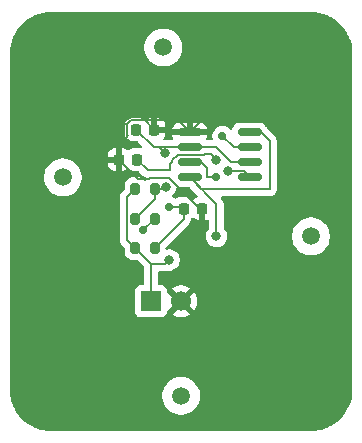
<source format=gbr>
%TF.GenerationSoftware,KiCad,Pcbnew,9.0.6*%
%TF.CreationDate,2025-11-07T23:12:57+00:00*%
%TF.ProjectId,DrawSchematic,44726177-5363-4686-956d-617469632e6b,rev?*%
%TF.SameCoordinates,Original*%
%TF.FileFunction,Copper,L1,Top*%
%TF.FilePolarity,Positive*%
%FSLAX46Y46*%
G04 Gerber Fmt 4.6, Leading zero omitted, Abs format (unit mm)*
G04 Created by KiCad (PCBNEW 9.0.6) date 2025-11-07 23:12:57*
%MOMM*%
%LPD*%
G01*
G04 APERTURE LIST*
G04 Aperture macros list*
%AMRoundRect*
0 Rectangle with rounded corners*
0 $1 Rounding radius*
0 $2 $3 $4 $5 $6 $7 $8 $9 X,Y pos of 4 corners*
0 Add a 4 corners polygon primitive as box body*
4,1,4,$2,$3,$4,$5,$6,$7,$8,$9,$2,$3,0*
0 Add four circle primitives for the rounded corners*
1,1,$1+$1,$2,$3*
1,1,$1+$1,$4,$5*
1,1,$1+$1,$6,$7*
1,1,$1+$1,$8,$9*
0 Add four rect primitives between the rounded corners*
20,1,$1+$1,$2,$3,$4,$5,0*
20,1,$1+$1,$4,$5,$6,$7,0*
20,1,$1+$1,$6,$7,$8,$9,0*
20,1,$1+$1,$8,$9,$2,$3,0*%
G04 Aperture macros list end*
%TA.AperFunction,ComponentPad*%
%ADD10C,5.000000*%
%TD*%
%TA.AperFunction,SMDPad,CuDef*%
%ADD11C,1.500000*%
%TD*%
%TA.AperFunction,ComponentPad*%
%ADD12R,1.700000X1.700000*%
%TD*%
%TA.AperFunction,ComponentPad*%
%ADD13C,1.700000*%
%TD*%
%TA.AperFunction,SMDPad,CuDef*%
%ADD14RoundRect,0.225000X0.225000X0.250000X-0.225000X0.250000X-0.225000X-0.250000X0.225000X-0.250000X0*%
%TD*%
%TA.AperFunction,SMDPad,CuDef*%
%ADD15RoundRect,0.225000X-0.225000X-0.250000X0.225000X-0.250000X0.225000X0.250000X-0.225000X0.250000X0*%
%TD*%
%TA.AperFunction,SMDPad,CuDef*%
%ADD16RoundRect,0.218750X0.218750X0.256250X-0.218750X0.256250X-0.218750X-0.256250X0.218750X-0.256250X0*%
%TD*%
%TA.AperFunction,SMDPad,CuDef*%
%ADD17RoundRect,0.162500X-0.825000X-0.162500X0.825000X-0.162500X0.825000X0.162500X-0.825000X0.162500X0*%
%TD*%
%TA.AperFunction,SMDPad,CuDef*%
%ADD18RoundRect,0.200000X-0.200000X-0.275000X0.200000X-0.275000X0.200000X0.275000X-0.200000X0.275000X0*%
%TD*%
%TA.AperFunction,ViaPad*%
%ADD19C,0.800000*%
%TD*%
%TA.AperFunction,ViaPad*%
%ADD20C,0.700000*%
%TD*%
%TA.AperFunction,Conductor*%
%ADD21C,0.200000*%
%TD*%
G04 APERTURE END LIST*
D10*
%TO.P,H2,1,1*%
%TO.N,GND*%
X156500000Y-83500000D03*
%TD*%
%TO.P,H3,1,1*%
%TO.N,GND*%
X156500000Y-112000000D03*
%TD*%
%TO.P,H4,1,1*%
%TO.N,GND*%
X134500000Y-112000000D03*
%TD*%
D11*
%TO.P,FID3,*%
%TO.N,*%
X156500000Y-99000000D03*
%TD*%
D12*
%TO.P,J1,1,Pin_1*%
%TO.N,VCC*%
X142960000Y-104500000D03*
D13*
%TO.P,J1,2,Pin_2*%
%TO.N,GND*%
X145500000Y-104500000D03*
%TD*%
D14*
%TO.P,C2,1*%
%TO.N,Net-(U1-CV)*%
X141775000Y-92500000D03*
%TO.P,C2,2*%
%TO.N,GND*%
X140225000Y-92500000D03*
%TD*%
D11*
%TO.P,FID4,*%
%TO.N,*%
X145500000Y-112500000D03*
%TD*%
D15*
%TO.P,C1,1*%
%TO.N,TRG*%
X141675000Y-89960000D03*
%TO.P,C1,2*%
%TO.N,GND*%
X143225000Y-89960000D03*
%TD*%
D11*
%TO.P,FID1,*%
%TO.N,*%
X144000000Y-83000000D03*
%TD*%
D16*
%TO.P,D1,1,K*%
%TO.N,GND*%
X147287500Y-96640000D03*
%TO.P,D1,2,A*%
%TO.N,Net-(D1-A)*%
X145712500Y-96640000D03*
%TD*%
D17*
%TO.P,U1,1,GND*%
%TO.N,GND*%
X146222500Y-90190000D03*
%TO.P,U1,2,TR*%
%TO.N,TRG*%
X146222500Y-91460000D03*
%TO.P,U1,3,Q*%
%TO.N,Net-(D1-A)*%
X146222500Y-92730000D03*
%TO.P,U1,4,R*%
%TO.N,VCC*%
X146222500Y-94000000D03*
%TO.P,U1,5,CV*%
%TO.N,Net-(U1-CV)*%
X151297500Y-94000000D03*
%TO.P,U1,6,THR*%
%TO.N,TRG*%
X151297500Y-92730000D03*
%TO.P,U1,7,DIS*%
%TO.N,DIS*%
X151297500Y-91460000D03*
%TO.P,U1,8,VCC*%
%TO.N,VCC*%
X151297500Y-90190000D03*
%TD*%
D18*
%TO.P,R1,1*%
%TO.N,VCC*%
X141625000Y-94980000D03*
%TO.P,R1,2*%
%TO.N,DIS*%
X143275000Y-94980000D03*
%TD*%
D11*
%TO.P,FID2,*%
%TO.N,*%
X135500000Y-94000000D03*
%TD*%
D10*
%TO.P,H1,1,1*%
%TO.N,GND*%
X134500000Y-83500000D03*
%TD*%
D18*
%TO.P,R2,1*%
%TO.N,DIS*%
X141625000Y-97490000D03*
%TO.P,R2,2*%
%TO.N,TRG*%
X143275000Y-97490000D03*
%TD*%
%TO.P,R3,1*%
%TO.N,VCC*%
X141625000Y-100000000D03*
%TO.P,R3,2*%
%TO.N,Net-(D1-A)*%
X143275000Y-100000000D03*
%TD*%
D19*
%TO.N,Net-(U1-CV)*%
X148500000Y-92500000D03*
D20*
%TO.N,TRG*%
X142300000Y-98465000D03*
D19*
X144138201Y-91979955D03*
%TO.N,VCC*%
X148500000Y-99000000D03*
X144500000Y-101000000D03*
%TO.N,Net-(U1-CV)*%
X149500000Y-93500000D03*
D20*
%TO.N,Net-(D1-A)*%
X144500000Y-96500000D03*
X148500000Y-94000000D03*
%TO.N,DIS*%
X149000000Y-90500000D03*
D19*
X144215735Y-94784265D03*
%TD*%
D21*
%TO.N,Net-(U1-CV)*%
X142675380Y-93400380D02*
X144599620Y-93400380D01*
X141775000Y-92500000D02*
X142675380Y-93400380D01*
X141775000Y-92775000D02*
X141775000Y-92500000D01*
%TO.N,GND*%
X141826000Y-94101000D02*
X140225000Y-92500000D01*
X142748943Y-94101000D02*
X141826000Y-94101000D01*
X144506099Y-94083265D02*
X142766678Y-94083265D01*
X147287500Y-96640000D02*
X147062834Y-96640000D01*
X147062834Y-96640000D02*
X144506099Y-94083265D01*
X142766678Y-94083265D02*
X142748943Y-94101000D01*
%TO.N,Net-(U1-CV)*%
X148060000Y-92060000D02*
X148500000Y-92500000D01*
X147480647Y-92060000D02*
X148060000Y-92060000D01*
X147436647Y-92104000D02*
X147480647Y-92060000D01*
X145201010Y-92104000D02*
X147436647Y-92104000D01*
X144739426Y-92565584D02*
X145201010Y-92104000D01*
X144599620Y-93400380D02*
X144599620Y-92875265D01*
X144599620Y-92875265D02*
X144739426Y-92735459D01*
X144739426Y-92735459D02*
X144739426Y-92565584D01*
%TO.N,GND*%
X140225000Y-91275000D02*
X140994945Y-90505055D01*
X140225000Y-92500000D02*
X140225000Y-91275000D01*
X140994945Y-90505055D02*
X140924000Y-90434110D01*
%TO.N,TRG*%
X142300000Y-98465000D02*
X143275000Y-97490000D01*
%TO.N,Net-(D1-A)*%
X145572500Y-96500000D02*
X145712500Y-96640000D01*
X144500000Y-96500000D02*
X145572500Y-96500000D01*
X147669284Y-93189285D02*
X147209999Y-92730000D01*
X147669284Y-93961909D02*
X147669284Y-93189285D01*
X147209999Y-92730000D02*
X146222500Y-92730000D01*
X147707375Y-94000000D02*
X147669284Y-93961909D01*
X148500000Y-94000000D02*
X147707375Y-94000000D01*
%TO.N,DIS*%
X149960000Y-91460000D02*
X151297500Y-91460000D01*
X149000000Y-90500000D02*
X149960000Y-91460000D01*
%TO.N,Net-(U1-CV)*%
X149500000Y-93500000D02*
X150797500Y-93500000D01*
X150797500Y-93500000D02*
X151297500Y-94000000D01*
%TO.N,TRG*%
X144138201Y-91979955D02*
X143618246Y-91460000D01*
%TO.N,GND*%
X139000000Y-111000000D02*
X134500000Y-111000000D01*
%TO.N,VCC*%
X144165000Y-101335000D02*
X142960000Y-101335000D01*
X144500000Y-101000000D02*
X144165000Y-101335000D01*
X148500000Y-96277500D02*
X148500000Y-99000000D01*
X146222500Y-94000000D02*
X148500000Y-96277500D01*
%TO.N,DIS*%
X144020000Y-94980000D02*
X144215735Y-94784265D01*
X143275000Y-94980000D02*
X144020000Y-94980000D01*
%TO.N,GND*%
X145216500Y-89184000D02*
X146222500Y-90190000D01*
X140924000Y-90434110D02*
X140924000Y-89485890D01*
X141225890Y-89184000D02*
X145216500Y-89184000D01*
X140924000Y-89485890D02*
X141225890Y-89184000D01*
X139985890Y-89485890D02*
X140924000Y-89485890D01*
X134500000Y-84000000D02*
X139985890Y-89485890D01*
X145992500Y-89960000D02*
X146222500Y-90190000D01*
X143225000Y-89960000D02*
X145992500Y-89960000D01*
X142449000Y-89184000D02*
X143225000Y-89960000D01*
X141225890Y-89184000D02*
X142449000Y-89184000D01*
%TO.N,DIS*%
X143275000Y-95840000D02*
X141625000Y-97490000D01*
%TO.N,VCC*%
X140924000Y-99299000D02*
X141625000Y-100000000D01*
X140924000Y-95681000D02*
X140924000Y-99299000D01*
X141625000Y-94980000D02*
X140924000Y-95681000D01*
X142960000Y-101335000D02*
X141625000Y-100000000D01*
X142960000Y-104500000D02*
X142960000Y-101335000D01*
%TO.N,GND*%
X145500000Y-104500000D02*
X139000000Y-111000000D01*
X147287500Y-102712500D02*
X147287500Y-102787500D01*
X147287500Y-102712500D02*
X145500000Y-104500000D01*
X147287500Y-96640000D02*
X147287500Y-102712500D01*
%TO.N,Net-(D1-A)*%
X145712500Y-97562500D02*
X143275000Y-100000000D01*
X145712500Y-96640000D02*
X145712500Y-97562500D01*
%TO.N,TRG*%
X149730000Y-92730000D02*
X151297500Y-92730000D01*
X148460000Y-91460000D02*
X149730000Y-92730000D01*
X146222500Y-91460000D02*
X148460000Y-91460000D01*
%TO.N,VCC*%
X152284999Y-90190000D02*
X151297500Y-90190000D01*
X153000000Y-90905001D02*
X152284999Y-90190000D01*
X153000000Y-95000000D02*
X153000000Y-90905001D01*
X147222500Y-95000000D02*
X153000000Y-95000000D01*
X146222500Y-94000000D02*
X147222500Y-95000000D01*
%TO.N,TRG*%
X143175000Y-91460000D02*
X146222500Y-91460000D01*
X141675000Y-89960000D02*
X143175000Y-91460000D01*
%TO.N,DIS*%
X143275000Y-94980000D02*
X143275000Y-95840000D01*
%TO.N,GND*%
X147287500Y-102787500D02*
X156000000Y-111500000D01*
X153412500Y-83000000D02*
X156500000Y-83000000D01*
X146222500Y-90190000D02*
X153412500Y-83000000D01*
%TD*%
%TA.AperFunction,Conductor*%
%TO.N,GND*%
G36*
X145267259Y-94816359D02*
G01*
X145277113Y-94819430D01*
X145343909Y-94825500D01*
X146147402Y-94825499D01*
X146214441Y-94845183D01*
X146235083Y-94861818D01*
X146860849Y-95487585D01*
X146860855Y-95487590D01*
X146874832Y-95501567D01*
X146908317Y-95562890D01*
X146903333Y-95632582D01*
X146861461Y-95688515D01*
X146826157Y-95706953D01*
X146762930Y-95727905D01*
X146762922Y-95727908D01*
X146619919Y-95816114D01*
X146588033Y-95848000D01*
X146526709Y-95881485D01*
X146457018Y-95876499D01*
X146412673Y-95848000D01*
X146380392Y-95815719D01*
X146380387Y-95815716D01*
X146237295Y-95727455D01*
X146237289Y-95727452D01*
X146237287Y-95727451D01*
X146077685Y-95674564D01*
X146077683Y-95674563D01*
X145979181Y-95664500D01*
X145979174Y-95664500D01*
X145445826Y-95664500D01*
X145445818Y-95664500D01*
X145347316Y-95674563D01*
X145347315Y-95674564D01*
X145305214Y-95688515D01*
X145187715Y-95727450D01*
X145187704Y-95727455D01*
X145092704Y-95786053D01*
X145082501Y-95788844D01*
X145074214Y-95795423D01*
X145049381Y-95797907D01*
X145025312Y-95804494D01*
X145013376Y-95801510D01*
X145004692Y-95802379D01*
X144985458Y-95794529D01*
X144971287Y-95790987D01*
X144964784Y-95787671D01*
X144902863Y-95746297D01*
X144800281Y-95703805D01*
X144795929Y-95701587D01*
X144773944Y-95680813D01*
X144750393Y-95661835D01*
X144748803Y-95657058D01*
X144745144Y-95653601D01*
X144737880Y-95624240D01*
X144728328Y-95595541D01*
X144729573Y-95590662D01*
X144728364Y-95585776D01*
X144738126Y-95557151D01*
X144745607Y-95527841D01*
X144749535Y-95523696D01*
X144750917Y-95519646D01*
X144760845Y-95511765D01*
X144783363Y-95488010D01*
X144789770Y-95483729D01*
X144915199Y-95358300D01*
X145013748Y-95210812D01*
X145081629Y-95046931D01*
X145108756Y-94910553D01*
X145115974Y-94896754D01*
X145118445Y-94881378D01*
X145131836Y-94866429D01*
X145141140Y-94848643D01*
X145154674Y-94840936D01*
X145165065Y-94829337D01*
X145184414Y-94824000D01*
X145201856Y-94814069D01*
X145218335Y-94814646D01*
X145232421Y-94810762D01*
X145267259Y-94816359D01*
G37*
%TD.AperFunction*%
%TA.AperFunction,Conductor*%
G36*
X156503032Y-80000648D02*
G01*
X156836929Y-80017052D01*
X156849037Y-80018245D01*
X156952146Y-80033539D01*
X157176699Y-80066849D01*
X157188617Y-80069219D01*
X157509951Y-80149709D01*
X157521588Y-80153240D01*
X157592806Y-80178722D01*
X157833467Y-80264832D01*
X157844688Y-80269479D01*
X158144163Y-80411120D01*
X158154871Y-80416844D01*
X158438988Y-80587137D01*
X158449106Y-80593897D01*
X158715170Y-80791224D01*
X158724576Y-80798944D01*
X158970013Y-81021395D01*
X158978604Y-81029986D01*
X159165755Y-81236475D01*
X159201055Y-81275423D01*
X159208775Y-81284829D01*
X159406102Y-81550893D01*
X159412862Y-81561011D01*
X159543643Y-81779207D01*
X159583148Y-81845116D01*
X159588883Y-81855844D01*
X159636889Y-81957345D01*
X159730514Y-82155297D01*
X159735170Y-82166540D01*
X159846759Y-82478411D01*
X159850292Y-82490055D01*
X159930777Y-82811369D01*
X159933151Y-82823305D01*
X159981754Y-83150962D01*
X159982947Y-83163071D01*
X159999351Y-83496966D01*
X159999500Y-83503051D01*
X159999500Y-111996948D01*
X159999351Y-112003033D01*
X159982947Y-112336928D01*
X159981754Y-112349037D01*
X159933151Y-112676694D01*
X159930777Y-112688630D01*
X159850292Y-113009944D01*
X159846759Y-113021588D01*
X159735170Y-113333459D01*
X159730514Y-113344702D01*
X159588885Y-113644151D01*
X159583148Y-113654883D01*
X159412862Y-113938988D01*
X159406102Y-113949106D01*
X159208775Y-114215170D01*
X159201055Y-114224576D01*
X158978611Y-114470006D01*
X158970006Y-114478611D01*
X158724576Y-114701055D01*
X158715170Y-114708775D01*
X158449106Y-114906102D01*
X158438988Y-114912862D01*
X158154883Y-115083148D01*
X158144151Y-115088885D01*
X157844702Y-115230514D01*
X157833459Y-115235170D01*
X157521588Y-115346759D01*
X157509944Y-115350292D01*
X157188630Y-115430777D01*
X157176694Y-115433151D01*
X156849037Y-115481754D01*
X156836928Y-115482947D01*
X156521989Y-115498419D01*
X156503031Y-115499351D01*
X156496949Y-115499500D01*
X134503051Y-115499500D01*
X134496968Y-115499351D01*
X134476900Y-115498365D01*
X134163071Y-115482947D01*
X134150962Y-115481754D01*
X133823305Y-115433151D01*
X133811369Y-115430777D01*
X133490055Y-115350292D01*
X133478411Y-115346759D01*
X133166540Y-115235170D01*
X133155301Y-115230515D01*
X132855844Y-115088883D01*
X132845121Y-115083150D01*
X132561011Y-114912862D01*
X132550893Y-114906102D01*
X132284829Y-114708775D01*
X132275423Y-114701055D01*
X132236475Y-114665755D01*
X132029986Y-114478604D01*
X132021395Y-114470013D01*
X131798944Y-114224576D01*
X131791224Y-114215170D01*
X131676950Y-114061090D01*
X131593895Y-113949103D01*
X131587137Y-113938988D01*
X131545108Y-113868867D01*
X131416844Y-113654871D01*
X131411120Y-113644163D01*
X131269479Y-113344688D01*
X131264829Y-113333459D01*
X131153240Y-113021588D01*
X131149707Y-113009944D01*
X131140958Y-112975015D01*
X131069219Y-112688617D01*
X131066848Y-112676694D01*
X131023930Y-112387362D01*
X131021953Y-112374038D01*
X143899500Y-112374038D01*
X143899500Y-112625962D01*
X143909426Y-112688630D01*
X143938910Y-112874785D01*
X144016760Y-113114383D01*
X144131132Y-113338848D01*
X144279201Y-113542649D01*
X144279205Y-113542654D01*
X144457345Y-113720794D01*
X144457350Y-113720798D01*
X144461631Y-113723908D01*
X144661155Y-113868870D01*
X144804184Y-113941747D01*
X144885616Y-113983239D01*
X144885618Y-113983239D01*
X144885621Y-113983241D01*
X145125215Y-114061090D01*
X145374038Y-114100500D01*
X145374039Y-114100500D01*
X145625961Y-114100500D01*
X145625962Y-114100500D01*
X145874785Y-114061090D01*
X146114379Y-113983241D01*
X146338845Y-113868870D01*
X146542656Y-113720793D01*
X146720793Y-113542656D01*
X146868870Y-113338845D01*
X146983241Y-113114379D01*
X147061090Y-112874785D01*
X147100500Y-112625962D01*
X147100500Y-112374038D01*
X147061090Y-112125215D01*
X146983241Y-111885621D01*
X146983239Y-111885618D01*
X146983239Y-111885616D01*
X146941747Y-111804184D01*
X146868870Y-111661155D01*
X146849952Y-111635117D01*
X146720798Y-111457350D01*
X146720794Y-111457345D01*
X146542654Y-111279205D01*
X146542649Y-111279201D01*
X146338848Y-111131132D01*
X146338847Y-111131131D01*
X146338845Y-111131130D01*
X146268747Y-111095413D01*
X146114383Y-111016760D01*
X145874785Y-110938910D01*
X145625962Y-110899500D01*
X145374038Y-110899500D01*
X145249626Y-110919205D01*
X145125214Y-110938910D01*
X144885616Y-111016760D01*
X144661151Y-111131132D01*
X144457350Y-111279201D01*
X144457345Y-111279205D01*
X144279205Y-111457345D01*
X144279201Y-111457350D01*
X144131132Y-111661151D01*
X144016760Y-111885616D01*
X143978609Y-112003033D01*
X143938910Y-112125215D01*
X143899500Y-112374038D01*
X131021953Y-112374038D01*
X131018245Y-112349039D01*
X131018245Y-112349037D01*
X131017052Y-112336927D01*
X131000649Y-112003032D01*
X131000500Y-111996948D01*
X131000500Y-99378054D01*
X140323498Y-99378054D01*
X140364423Y-99530786D01*
X140364424Y-99530787D01*
X140381046Y-99559577D01*
X140443481Y-99667717D01*
X140562349Y-99786585D01*
X140562355Y-99786590D01*
X140688181Y-99912416D01*
X140721666Y-99973739D01*
X140724500Y-100000097D01*
X140724500Y-100331613D01*
X140730913Y-100402192D01*
X140730913Y-100402194D01*
X140730914Y-100402196D01*
X140738321Y-100425965D01*
X140781522Y-100564606D01*
X140869530Y-100710188D01*
X140989811Y-100830469D01*
X140989813Y-100830470D01*
X140989815Y-100830472D01*
X141135394Y-100918478D01*
X141297804Y-100969086D01*
X141368384Y-100975500D01*
X141699903Y-100975500D01*
X141766942Y-100995185D01*
X141787584Y-101011819D01*
X142323181Y-101547416D01*
X142356666Y-101608739D01*
X142359500Y-101635097D01*
X142359500Y-103025500D01*
X142339815Y-103092539D01*
X142287011Y-103138294D01*
X142235501Y-103149500D01*
X142062130Y-103149500D01*
X142062123Y-103149501D01*
X142002516Y-103155908D01*
X141867671Y-103206202D01*
X141867664Y-103206206D01*
X141752455Y-103292452D01*
X141752452Y-103292455D01*
X141666206Y-103407664D01*
X141666202Y-103407671D01*
X141615908Y-103542517D01*
X141609501Y-103602116D01*
X141609500Y-103602135D01*
X141609500Y-105397870D01*
X141609501Y-105397876D01*
X141615908Y-105457483D01*
X141666202Y-105592328D01*
X141666206Y-105592335D01*
X141752452Y-105707544D01*
X141752455Y-105707547D01*
X141867664Y-105793793D01*
X141867671Y-105793797D01*
X142002517Y-105844091D01*
X142002516Y-105844091D01*
X142009444Y-105844835D01*
X142062127Y-105850500D01*
X143857872Y-105850499D01*
X143917483Y-105844091D01*
X144052331Y-105793796D01*
X144167546Y-105707546D01*
X144253796Y-105592331D01*
X144304091Y-105457483D01*
X144310500Y-105397873D01*
X144310499Y-105373979D01*
X144313330Y-105360963D01*
X144323940Y-105341525D01*
X144330179Y-105320275D01*
X144346803Y-105299643D01*
X144346808Y-105299636D01*
X144346811Y-105299634D01*
X144346818Y-105299626D01*
X145017037Y-104629408D01*
X145034075Y-104692993D01*
X145099901Y-104807007D01*
X145192993Y-104900099D01*
X145307007Y-104965925D01*
X145370590Y-104982962D01*
X144738282Y-105615269D01*
X144738282Y-105615270D01*
X144792449Y-105654624D01*
X144981782Y-105751095D01*
X145183870Y-105816757D01*
X145393754Y-105850000D01*
X145606246Y-105850000D01*
X145816127Y-105816757D01*
X145816130Y-105816757D01*
X146018217Y-105751095D01*
X146207554Y-105654622D01*
X146261716Y-105615270D01*
X146261717Y-105615270D01*
X145629408Y-104982962D01*
X145692993Y-104965925D01*
X145807007Y-104900099D01*
X145900099Y-104807007D01*
X145965925Y-104692993D01*
X145982962Y-104629408D01*
X146615270Y-105261717D01*
X146615270Y-105261716D01*
X146654622Y-105207554D01*
X146751095Y-105018217D01*
X146816757Y-104816130D01*
X146816757Y-104816127D01*
X146850000Y-104606246D01*
X146850000Y-104393753D01*
X146816757Y-104183872D01*
X146816757Y-104183869D01*
X146751095Y-103981782D01*
X146654624Y-103792449D01*
X146615270Y-103738282D01*
X146615269Y-103738282D01*
X145982962Y-104370590D01*
X145965925Y-104307007D01*
X145900099Y-104192993D01*
X145807007Y-104099901D01*
X145692993Y-104034075D01*
X145629409Y-104017037D01*
X146261716Y-103384728D01*
X146207550Y-103345375D01*
X146018217Y-103248904D01*
X145816129Y-103183242D01*
X145606246Y-103150000D01*
X145393754Y-103150000D01*
X145183872Y-103183242D01*
X145183869Y-103183242D01*
X144981782Y-103248904D01*
X144792439Y-103345380D01*
X144738282Y-103384727D01*
X144738282Y-103384728D01*
X145370591Y-104017037D01*
X145307007Y-104034075D01*
X145192993Y-104099901D01*
X145099901Y-104192993D01*
X145034075Y-104307007D01*
X145017037Y-104370591D01*
X144346818Y-103700372D01*
X144313333Y-103639049D01*
X144313330Y-103639036D01*
X144310499Y-103626015D01*
X144310499Y-103602128D01*
X144304091Y-103542517D01*
X144275926Y-103467002D01*
X144253798Y-103407673D01*
X144253793Y-103407664D01*
X144167547Y-103292455D01*
X144167544Y-103292452D01*
X144052335Y-103206206D01*
X144052328Y-103206202D01*
X143917482Y-103155908D01*
X143917483Y-103155908D01*
X143857883Y-103149501D01*
X143857881Y-103149500D01*
X143857873Y-103149500D01*
X143857865Y-103149500D01*
X143684500Y-103149500D01*
X143617461Y-103129815D01*
X143571706Y-103077011D01*
X143560500Y-103025500D01*
X143560500Y-102059500D01*
X143580185Y-101992461D01*
X143632989Y-101946706D01*
X143684500Y-101935500D01*
X144078331Y-101935500D01*
X144078347Y-101935501D01*
X144085943Y-101935501D01*
X144244054Y-101935501D01*
X144244057Y-101935501D01*
X144362734Y-101903700D01*
X144406983Y-101900074D01*
X144411307Y-101900500D01*
X144411309Y-101900500D01*
X144588693Y-101900500D01*
X144588694Y-101900499D01*
X144646682Y-101888964D01*
X144762658Y-101865896D01*
X144762661Y-101865894D01*
X144762666Y-101865894D01*
X144926547Y-101798013D01*
X145074035Y-101699464D01*
X145199464Y-101574035D01*
X145298013Y-101426547D01*
X145365894Y-101262666D01*
X145400500Y-101088691D01*
X145400500Y-100911309D01*
X145400500Y-100911306D01*
X145400499Y-100911304D01*
X145365896Y-100737341D01*
X145365893Y-100737332D01*
X145298016Y-100573459D01*
X145298009Y-100573446D01*
X145199464Y-100425965D01*
X145199461Y-100425961D01*
X145074038Y-100300538D01*
X145074034Y-100300535D01*
X144926553Y-100201990D01*
X144926540Y-100201983D01*
X144762667Y-100134106D01*
X144762658Y-100134103D01*
X144588694Y-100099500D01*
X144588691Y-100099500D01*
X144411309Y-100099500D01*
X144411304Y-100099500D01*
X144329665Y-100115739D01*
X144260073Y-100109512D01*
X144204896Y-100066648D01*
X144181652Y-100000759D01*
X144197720Y-99932762D01*
X144217789Y-99906445D01*
X146193020Y-97931216D01*
X146272077Y-97794284D01*
X146313001Y-97641557D01*
X146313001Y-97575053D01*
X146332686Y-97508014D01*
X146355397Y-97481689D01*
X146363139Y-97474921D01*
X146380391Y-97464281D01*
X146415621Y-97429050D01*
X146418749Y-97426317D01*
X146446842Y-97413341D01*
X146473995Y-97398515D01*
X146478279Y-97398821D01*
X146482180Y-97397020D01*
X146512822Y-97401291D01*
X146543687Y-97403499D01*
X146547850Y-97406174D01*
X146551381Y-97406667D01*
X146559593Y-97413721D01*
X146588034Y-97432000D01*
X146619919Y-97463885D01*
X146762922Y-97552091D01*
X146762927Y-97552093D01*
X146922416Y-97604942D01*
X147020856Y-97614999D01*
X147037500Y-97614998D01*
X147037500Y-96764000D01*
X147057185Y-96696961D01*
X147109989Y-96651206D01*
X147161500Y-96640000D01*
X147413500Y-96640000D01*
X147480539Y-96659685D01*
X147526294Y-96712489D01*
X147537500Y-96764000D01*
X147537500Y-97614999D01*
X147554136Y-97614999D01*
X147554152Y-97614998D01*
X147652583Y-97604943D01*
X147736496Y-97577137D01*
X147806324Y-97574735D01*
X147866366Y-97610467D01*
X147897559Y-97672987D01*
X147899500Y-97694843D01*
X147899500Y-98275638D01*
X147879815Y-98342677D01*
X147863181Y-98363319D01*
X147800538Y-98425961D01*
X147800535Y-98425965D01*
X147701990Y-98573446D01*
X147701983Y-98573459D01*
X147634106Y-98737332D01*
X147634103Y-98737341D01*
X147599500Y-98911304D01*
X147599500Y-99088695D01*
X147634103Y-99262658D01*
X147634106Y-99262667D01*
X147701983Y-99426540D01*
X147701990Y-99426553D01*
X147800535Y-99574034D01*
X147800538Y-99574038D01*
X147925961Y-99699461D01*
X147925965Y-99699464D01*
X148073446Y-99798009D01*
X148073459Y-99798016D01*
X148172031Y-99838845D01*
X148237334Y-99865894D01*
X148237336Y-99865894D01*
X148237341Y-99865896D01*
X148411304Y-99900499D01*
X148411307Y-99900500D01*
X148411309Y-99900500D01*
X148588693Y-99900500D01*
X148588694Y-99900499D01*
X148646682Y-99888964D01*
X148762658Y-99865896D01*
X148762661Y-99865894D01*
X148762666Y-99865894D01*
X148926547Y-99798013D01*
X149074035Y-99699464D01*
X149199464Y-99574035D01*
X149298013Y-99426547D01*
X149365894Y-99262666D01*
X149400500Y-99088691D01*
X149400500Y-98911309D01*
X149396929Y-98893356D01*
X149396929Y-98893353D01*
X149393087Y-98874038D01*
X154899500Y-98874038D01*
X154899500Y-99125962D01*
X154913182Y-99212348D01*
X154938910Y-99374785D01*
X155016760Y-99614383D01*
X155095413Y-99768747D01*
X155100902Y-99779520D01*
X155131132Y-99838848D01*
X155279201Y-100042649D01*
X155279205Y-100042654D01*
X155457345Y-100220794D01*
X155457350Y-100220798D01*
X155567101Y-100300536D01*
X155661155Y-100368870D01*
X155804184Y-100441747D01*
X155885616Y-100483239D01*
X155885618Y-100483239D01*
X155885621Y-100483241D01*
X156125215Y-100561090D01*
X156374038Y-100600500D01*
X156374039Y-100600500D01*
X156625961Y-100600500D01*
X156625962Y-100600500D01*
X156874785Y-100561090D01*
X157114379Y-100483241D01*
X157338845Y-100368870D01*
X157542656Y-100220793D01*
X157720793Y-100042656D01*
X157868870Y-99838845D01*
X157983241Y-99614379D01*
X158061090Y-99374785D01*
X158100500Y-99125962D01*
X158100500Y-98874038D01*
X158061090Y-98625215D01*
X157983241Y-98385621D01*
X157983239Y-98385618D01*
X157983239Y-98385616D01*
X157927202Y-98275638D01*
X157868870Y-98161155D01*
X157742410Y-97987097D01*
X157720798Y-97957350D01*
X157720794Y-97957345D01*
X157542654Y-97779205D01*
X157542649Y-97779201D01*
X157338848Y-97631132D01*
X157338847Y-97631131D01*
X157338845Y-97631130D01*
X157228788Y-97575053D01*
X157114383Y-97516760D01*
X156874785Y-97438910D01*
X156831157Y-97432000D01*
X156625962Y-97399500D01*
X156374038Y-97399500D01*
X156328788Y-97406667D01*
X156125214Y-97438910D01*
X155885616Y-97516760D01*
X155661151Y-97631132D01*
X155457350Y-97779201D01*
X155457345Y-97779205D01*
X155279205Y-97957345D01*
X155279201Y-97957350D01*
X155131132Y-98161151D01*
X155016760Y-98385616D01*
X154943270Y-98611795D01*
X154938910Y-98625215D01*
X154899500Y-98874038D01*
X149393087Y-98874038D01*
X149365895Y-98737340D01*
X149365894Y-98737334D01*
X149348923Y-98696363D01*
X149298016Y-98573459D01*
X149298009Y-98573446D01*
X149199464Y-98425965D01*
X149199461Y-98425961D01*
X149136819Y-98363319D01*
X149103334Y-98301996D01*
X149100500Y-98275638D01*
X149100500Y-96198445D01*
X149100500Y-96198443D01*
X149059577Y-96045716D01*
X149059573Y-96045709D01*
X148980524Y-95908790D01*
X148980521Y-95908786D01*
X148980520Y-95908784D01*
X148883917Y-95812181D01*
X148850433Y-95750858D01*
X148855417Y-95681166D01*
X148897289Y-95625233D01*
X148962754Y-95600816D01*
X148971599Y-95600500D01*
X153079055Y-95600500D01*
X153079057Y-95600500D01*
X153231784Y-95559577D01*
X153368716Y-95480520D01*
X153480520Y-95368716D01*
X153559577Y-95231784D01*
X153600500Y-95079057D01*
X153600500Y-90825944D01*
X153575270Y-90731785D01*
X153559577Y-90673216D01*
X153505214Y-90579057D01*
X153480520Y-90536285D01*
X153368716Y-90424481D01*
X153368715Y-90424480D01*
X153364385Y-90420150D01*
X153364374Y-90420140D01*
X152772589Y-89828355D01*
X152768476Y-89824242D01*
X152768429Y-89824157D01*
X152758840Y-89808294D01*
X152757096Y-89809457D01*
X152757094Y-89809454D01*
X152758838Y-89808291D01*
X152737782Y-89773460D01*
X152731531Y-89753398D01*
X152648236Y-89615612D01*
X152648234Y-89615610D01*
X152648233Y-89615608D01*
X152534391Y-89501766D01*
X152396602Y-89418469D01*
X152396596Y-89418467D01*
X152242887Y-89370570D01*
X152242885Y-89370569D01*
X152242883Y-89370569D01*
X152196117Y-89366319D01*
X152176091Y-89364500D01*
X152176088Y-89364500D01*
X150418901Y-89364500D01*
X150352117Y-89370568D01*
X150352106Y-89370571D01*
X150198401Y-89418467D01*
X150060608Y-89501766D01*
X149946766Y-89615608D01*
X149863467Y-89753401D01*
X149827731Y-89868085D01*
X149788994Y-89926233D01*
X149724969Y-89954207D01*
X149655983Y-89943125D01*
X149621665Y-89918876D01*
X149542162Y-89839373D01*
X149402860Y-89746295D01*
X149248082Y-89682184D01*
X149248074Y-89682182D01*
X149083771Y-89649500D01*
X149083767Y-89649500D01*
X148916233Y-89649500D01*
X148916228Y-89649500D01*
X148751925Y-89682182D01*
X148751917Y-89682184D01*
X148597139Y-89746295D01*
X148457837Y-89839373D01*
X148339373Y-89957837D01*
X148246295Y-90097139D01*
X148182184Y-90251917D01*
X148182182Y-90251925D01*
X148149500Y-90416228D01*
X148149500Y-90583771D01*
X148174869Y-90711309D01*
X148168642Y-90780901D01*
X148125779Y-90836078D01*
X148059889Y-90859322D01*
X148053252Y-90859500D01*
X147735012Y-90859500D01*
X147667973Y-90839815D01*
X147622218Y-90787011D01*
X147612274Y-90717853D01*
X147628895Y-90671350D01*
X147656072Y-90626393D01*
X147703932Y-90472802D01*
X147703935Y-90472792D01*
X147706914Y-90440000D01*
X144738085Y-90440000D01*
X144741064Y-90472792D01*
X144741067Y-90472802D01*
X144788927Y-90626393D01*
X144816105Y-90671350D01*
X144833941Y-90738905D01*
X144812423Y-90805379D01*
X144758383Y-90849666D01*
X144709988Y-90859500D01*
X144123115Y-90859500D01*
X144056076Y-90839815D01*
X144010321Y-90787011D01*
X144000377Y-90717853D01*
X144020871Y-90670167D01*
X144018782Y-90668879D01*
X144111542Y-90518492D01*
X144111547Y-90518481D01*
X144164855Y-90357606D01*
X144174999Y-90258322D01*
X144175000Y-90258309D01*
X144175000Y-90210000D01*
X143349000Y-90210000D01*
X143340314Y-90207449D01*
X143331353Y-90208738D01*
X143307312Y-90197759D01*
X143281961Y-90190315D01*
X143276033Y-90183474D01*
X143267797Y-90179713D01*
X143253507Y-90157478D01*
X143236206Y-90137511D01*
X143233918Y-90126996D01*
X143230023Y-90120935D01*
X143225000Y-90086000D01*
X143225000Y-89960000D01*
X143099000Y-89960000D01*
X143031961Y-89940315D01*
X143031687Y-89939999D01*
X144738085Y-89939999D01*
X144738085Y-89940000D01*
X145972500Y-89940000D01*
X146472500Y-89940000D01*
X147706915Y-89940000D01*
X147706914Y-89939999D01*
X147703935Y-89907207D01*
X147703932Y-89907197D01*
X147656072Y-89753607D01*
X147572836Y-89615919D01*
X147459080Y-89502163D01*
X147321396Y-89418929D01*
X147167792Y-89371065D01*
X147101043Y-89365000D01*
X146472500Y-89365000D01*
X146472500Y-89940000D01*
X145972500Y-89940000D01*
X145972500Y-89365000D01*
X145343957Y-89365000D01*
X145277207Y-89371065D01*
X145123603Y-89418929D01*
X144985919Y-89502163D01*
X144872163Y-89615919D01*
X144788927Y-89753607D01*
X144741067Y-89907197D01*
X144741064Y-89907207D01*
X144738085Y-89939999D01*
X143031687Y-89939999D01*
X142986206Y-89887511D01*
X142975000Y-89836000D01*
X142975000Y-89710000D01*
X143475000Y-89710000D01*
X144174999Y-89710000D01*
X144174999Y-89661692D01*
X144174998Y-89661677D01*
X144164855Y-89562392D01*
X144111547Y-89401518D01*
X144111542Y-89401507D01*
X144022575Y-89257271D01*
X144022572Y-89257267D01*
X143902732Y-89137427D01*
X143902728Y-89137424D01*
X143758492Y-89048457D01*
X143758481Y-89048452D01*
X143597606Y-88995144D01*
X143498322Y-88985000D01*
X143475000Y-88985000D01*
X143475000Y-89710000D01*
X142975000Y-89710000D01*
X142975000Y-88984999D01*
X142951693Y-88985000D01*
X142951674Y-88985001D01*
X142852392Y-88995144D01*
X142691518Y-89048452D01*
X142691507Y-89048457D01*
X142547271Y-89137424D01*
X142547265Y-89137428D01*
X142538031Y-89146663D01*
X142476707Y-89180146D01*
X142407015Y-89175159D01*
X142362672Y-89146660D01*
X142353044Y-89137032D01*
X142353040Y-89137029D01*
X142208705Y-89048001D01*
X142208699Y-89047998D01*
X142208697Y-89047997D01*
X142208694Y-89047996D01*
X142047709Y-88994651D01*
X141948346Y-88984500D01*
X141401662Y-88984500D01*
X141401644Y-88984501D01*
X141302292Y-88994650D01*
X141302289Y-88994651D01*
X141141305Y-89047996D01*
X141141294Y-89048001D01*
X140996959Y-89137029D01*
X140996955Y-89137032D01*
X140877032Y-89256955D01*
X140877029Y-89256959D01*
X140788001Y-89401294D01*
X140787996Y-89401305D01*
X140734651Y-89562290D01*
X140724500Y-89661647D01*
X140724500Y-90258337D01*
X140724501Y-90258355D01*
X140734650Y-90357707D01*
X140734651Y-90357710D01*
X140787996Y-90518694D01*
X140788001Y-90518705D01*
X140877029Y-90663040D01*
X140877032Y-90663044D01*
X140996955Y-90782967D01*
X140996959Y-90782970D01*
X141141294Y-90871998D01*
X141141297Y-90871999D01*
X141141303Y-90872003D01*
X141302292Y-90925349D01*
X141401655Y-90935500D01*
X141749902Y-90935499D01*
X141816941Y-90955183D01*
X141837583Y-90971818D01*
X142182707Y-91316942D01*
X142216192Y-91378265D01*
X142211208Y-91447957D01*
X142169336Y-91503890D01*
X142103872Y-91528307D01*
X142082425Y-91527981D01*
X142048348Y-91524500D01*
X141501662Y-91524500D01*
X141501644Y-91524501D01*
X141402292Y-91534650D01*
X141402289Y-91534651D01*
X141241305Y-91587996D01*
X141241294Y-91588001D01*
X141096959Y-91677029D01*
X141096953Y-91677033D01*
X141087324Y-91686663D01*
X141026000Y-91720146D01*
X140956308Y-91715159D01*
X140911965Y-91686660D01*
X140902732Y-91677427D01*
X140902728Y-91677424D01*
X140758492Y-91588457D01*
X140758481Y-91588452D01*
X140597606Y-91535144D01*
X140498322Y-91525000D01*
X140475000Y-91525000D01*
X140475000Y-93474999D01*
X140498308Y-93474999D01*
X140498322Y-93474998D01*
X140597607Y-93464855D01*
X140758481Y-93411547D01*
X140758492Y-93411542D01*
X140902731Y-93322573D01*
X140911959Y-93313345D01*
X140973279Y-93279856D01*
X141042971Y-93284835D01*
X141087327Y-93313339D01*
X141096955Y-93322967D01*
X141096959Y-93322970D01*
X141241294Y-93411998D01*
X141241297Y-93411999D01*
X141241303Y-93412003D01*
X141402292Y-93465349D01*
X141501655Y-93475500D01*
X141849901Y-93475499D01*
X141916940Y-93495183D01*
X141937582Y-93511818D01*
X142306664Y-93880900D01*
X142306666Y-93880901D01*
X142306670Y-93880904D01*
X142443589Y-93959953D01*
X142443596Y-93959957D01*
X142540403Y-93985897D01*
X142600062Y-94022262D01*
X142630591Y-94085109D01*
X142622296Y-94154484D01*
X142595990Y-94193351D01*
X142537682Y-94251660D01*
X142476359Y-94285146D01*
X142406667Y-94280162D01*
X142362319Y-94251661D01*
X142260188Y-94149530D01*
X142221200Y-94125961D01*
X142114606Y-94061522D01*
X141952196Y-94010914D01*
X141952194Y-94010913D01*
X141952192Y-94010913D01*
X141902778Y-94006423D01*
X141881616Y-94004500D01*
X141368384Y-94004500D01*
X141349145Y-94006248D01*
X141297807Y-94010913D01*
X141135393Y-94061522D01*
X140989811Y-94149530D01*
X140869530Y-94269811D01*
X140781522Y-94415393D01*
X140730913Y-94577807D01*
X140724500Y-94648386D01*
X140724500Y-94979902D01*
X140704815Y-95046941D01*
X140688181Y-95067583D01*
X140443481Y-95312282D01*
X140443475Y-95312290D01*
X140403117Y-95382194D01*
X140403117Y-95382196D01*
X140364423Y-95449214D01*
X140364423Y-95449215D01*
X140323499Y-95601943D01*
X140323499Y-95760057D01*
X140323499Y-95760059D01*
X140323500Y-95770053D01*
X140323500Y-99212330D01*
X140323499Y-99212348D01*
X140323499Y-99378054D01*
X140323498Y-99378054D01*
X131000500Y-99378054D01*
X131000500Y-93874038D01*
X133899500Y-93874038D01*
X133899500Y-94125962D01*
X133932925Y-94336996D01*
X133938910Y-94374785D01*
X134016760Y-94614383D01*
X134034085Y-94648384D01*
X134126285Y-94829337D01*
X134131132Y-94838848D01*
X134279201Y-95042649D01*
X134279205Y-95042654D01*
X134457345Y-95220794D01*
X134457350Y-95220798D01*
X134583268Y-95312282D01*
X134661155Y-95368870D01*
X134804184Y-95441747D01*
X134885616Y-95483239D01*
X134885618Y-95483239D01*
X134885621Y-95483241D01*
X135125215Y-95561090D01*
X135374038Y-95600500D01*
X135374039Y-95600500D01*
X135625961Y-95600500D01*
X135625962Y-95600500D01*
X135874785Y-95561090D01*
X136114379Y-95483241D01*
X136338845Y-95368870D01*
X136542656Y-95220793D01*
X136720793Y-95042656D01*
X136868870Y-94838845D01*
X136983241Y-94614379D01*
X137061090Y-94374785D01*
X137100500Y-94125962D01*
X137100500Y-93874038D01*
X137061090Y-93625215D01*
X136983241Y-93385621D01*
X136983239Y-93385618D01*
X136983239Y-93385616D01*
X136890213Y-93203044D01*
X136868870Y-93161155D01*
X136794273Y-93058481D01*
X136720798Y-92957350D01*
X136720794Y-92957345D01*
X136561771Y-92798322D01*
X139275001Y-92798322D01*
X139285144Y-92897607D01*
X139338452Y-93058481D01*
X139338457Y-93058492D01*
X139427424Y-93202728D01*
X139427427Y-93202732D01*
X139547267Y-93322572D01*
X139547271Y-93322575D01*
X139691507Y-93411542D01*
X139691518Y-93411547D01*
X139852393Y-93464855D01*
X139951683Y-93474999D01*
X139975000Y-93474998D01*
X139975000Y-92750000D01*
X139275001Y-92750000D01*
X139275001Y-92798322D01*
X136561771Y-92798322D01*
X136542654Y-92779205D01*
X136542649Y-92779201D01*
X136338848Y-92631132D01*
X136338847Y-92631131D01*
X136338845Y-92631130D01*
X136254588Y-92588199D01*
X136114383Y-92516760D01*
X135874785Y-92438910D01*
X135670208Y-92406508D01*
X135625962Y-92399500D01*
X135374038Y-92399500D01*
X135329792Y-92406508D01*
X135125214Y-92438910D01*
X134885616Y-92516760D01*
X134661151Y-92631132D01*
X134457350Y-92779201D01*
X134457345Y-92779205D01*
X134279205Y-92957345D01*
X134279201Y-92957350D01*
X134131132Y-93161151D01*
X134016760Y-93385616D01*
X133987555Y-93475500D01*
X133938910Y-93625215D01*
X133899500Y-93874038D01*
X131000500Y-93874038D01*
X131000500Y-92201677D01*
X139275000Y-92201677D01*
X139275000Y-92250000D01*
X139975000Y-92250000D01*
X139975000Y-91524999D01*
X139951693Y-91525000D01*
X139951674Y-91525001D01*
X139852392Y-91535144D01*
X139691518Y-91588452D01*
X139691507Y-91588457D01*
X139547271Y-91677424D01*
X139547267Y-91677427D01*
X139427427Y-91797267D01*
X139427424Y-91797271D01*
X139338457Y-91941507D01*
X139338452Y-91941518D01*
X139285144Y-92102393D01*
X139275000Y-92201677D01*
X131000500Y-92201677D01*
X131000500Y-83503051D01*
X131000649Y-83496967D01*
X131017052Y-83163072D01*
X131018245Y-83150962D01*
X131021954Y-83125961D01*
X131059323Y-82874038D01*
X142399500Y-82874038D01*
X142399500Y-83125961D01*
X142438910Y-83374785D01*
X142516760Y-83614383D01*
X142631132Y-83838848D01*
X142779201Y-84042649D01*
X142779205Y-84042654D01*
X142957345Y-84220794D01*
X142957350Y-84220798D01*
X143135117Y-84349952D01*
X143161155Y-84368870D01*
X143304184Y-84441747D01*
X143385616Y-84483239D01*
X143385618Y-84483239D01*
X143385621Y-84483241D01*
X143625215Y-84561090D01*
X143874038Y-84600500D01*
X143874039Y-84600500D01*
X144125961Y-84600500D01*
X144125962Y-84600500D01*
X144374785Y-84561090D01*
X144614379Y-84483241D01*
X144838845Y-84368870D01*
X145042656Y-84220793D01*
X145220793Y-84042656D01*
X145368870Y-83838845D01*
X145483241Y-83614379D01*
X145561090Y-83374785D01*
X145600500Y-83125962D01*
X145600500Y-82874038D01*
X145561090Y-82625215D01*
X145483241Y-82385621D01*
X145483239Y-82385618D01*
X145483239Y-82385616D01*
X145441747Y-82304184D01*
X145368870Y-82161155D01*
X145349952Y-82135117D01*
X145220798Y-81957350D01*
X145220794Y-81957345D01*
X145042654Y-81779205D01*
X145042649Y-81779201D01*
X144838848Y-81631132D01*
X144838847Y-81631131D01*
X144838845Y-81631130D01*
X144701229Y-81561011D01*
X144614383Y-81516760D01*
X144374785Y-81438910D01*
X144125962Y-81399500D01*
X143874038Y-81399500D01*
X143749626Y-81419205D01*
X143625214Y-81438910D01*
X143385616Y-81516760D01*
X143161151Y-81631132D01*
X142957350Y-81779201D01*
X142957345Y-81779205D01*
X142779205Y-81957345D01*
X142779201Y-81957350D01*
X142631132Y-82161151D01*
X142516760Y-82385616D01*
X142438910Y-82625214D01*
X142399500Y-82874038D01*
X131059323Y-82874038D01*
X131066850Y-82823292D01*
X131069218Y-82811385D01*
X131149710Y-82490043D01*
X131153240Y-82478411D01*
X131186443Y-82385616D01*
X131264835Y-82166525D01*
X131269476Y-82155318D01*
X131411124Y-81855828D01*
X131416840Y-81845136D01*
X131587145Y-81560998D01*
X131593888Y-81550905D01*
X131791232Y-81284818D01*
X131798935Y-81275433D01*
X132021405Y-81029975D01*
X132029975Y-81021405D01*
X132275433Y-80798935D01*
X132284818Y-80791232D01*
X132550905Y-80593888D01*
X132560998Y-80587145D01*
X132845136Y-80416840D01*
X132855828Y-80411124D01*
X133155318Y-80269476D01*
X133166525Y-80264835D01*
X133478412Y-80153239D01*
X133490043Y-80149710D01*
X133811385Y-80069218D01*
X133823296Y-80066849D01*
X134150962Y-80018244D01*
X134163068Y-80017052D01*
X134496967Y-80000648D01*
X134503051Y-80000500D01*
X134565892Y-80000500D01*
X156434108Y-80000500D01*
X156496949Y-80000500D01*
X156503032Y-80000648D01*
G37*
%TD.AperFunction*%
%TD*%
M02*

</source>
